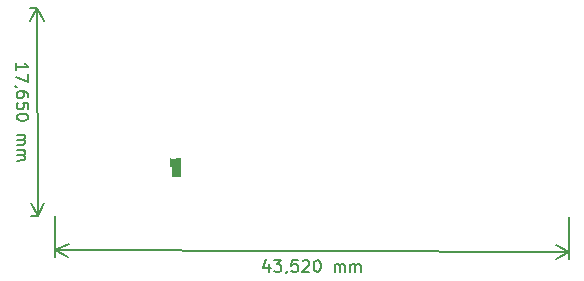
<source format=gbr>
G04 #@! TF.GenerationSoftware,KiCad,Pcbnew,(5.1.6)-1*
G04 #@! TF.CreationDate,2021-12-03T12:33:41+01:00*
G04 #@! TF.ProjectId,USBEMBEDED,55534245-4d42-4454-9445-442e6b696361,rev?*
G04 #@! TF.SameCoordinates,Original*
G04 #@! TF.FileFunction,OtherDrawing,Comment*
%FSLAX46Y46*%
G04 Gerber Fmt 4.6, Leading zero omitted, Abs format (unit mm)*
G04 Created by KiCad (PCBNEW (5.1.6)-1) date 2021-12-03 12:33:41*
%MOMM*%
%LPD*%
G01*
G04 APERTURE LIST*
%ADD10C,0.150000*%
%ADD11C,0.100000*%
G04 APERTURE END LIST*
D10*
X152273142Y-113342233D02*
X152271457Y-114008897D01*
X152036011Y-112960680D02*
X151796111Y-113674361D01*
X152415156Y-113675926D01*
X152702555Y-113009984D02*
X153321600Y-113011548D01*
X152987305Y-113391657D01*
X153130162Y-113392018D01*
X153225279Y-113439878D01*
X153272778Y-113487617D01*
X153320156Y-113582975D01*
X153319554Y-113821070D01*
X153271695Y-113916187D01*
X153223955Y-113963686D01*
X153128597Y-114011064D01*
X152842884Y-114010342D01*
X152747766Y-113962482D01*
X152700268Y-113914743D01*
X153795382Y-113965130D02*
X153795262Y-114012749D01*
X153747402Y-114107866D01*
X153699663Y-114155365D01*
X154702548Y-113015039D02*
X154226359Y-113013835D01*
X154177537Y-113489904D01*
X154225276Y-113442405D01*
X154320634Y-113395027D01*
X154558729Y-113395629D01*
X154653846Y-113443489D01*
X154701345Y-113491228D01*
X154748723Y-113586586D01*
X154748121Y-113824680D01*
X154700262Y-113919798D01*
X154652522Y-113967296D01*
X154557164Y-114014675D01*
X154319070Y-114014073D01*
X154223952Y-113966213D01*
X154176454Y-113918474D01*
X155130878Y-113111360D02*
X155178617Y-113063861D01*
X155273975Y-113016483D01*
X155512070Y-113017085D01*
X155607187Y-113064945D01*
X155654686Y-113112684D01*
X155702064Y-113208042D01*
X155701823Y-113303280D01*
X155653843Y-113446016D01*
X155080972Y-114015999D01*
X155700018Y-114017563D01*
X156321591Y-113019131D02*
X156416829Y-113019372D01*
X156511946Y-113067231D01*
X156559445Y-113114971D01*
X156606823Y-113210329D01*
X156653960Y-113400925D01*
X156653358Y-113639019D01*
X156605258Y-113829374D01*
X156557398Y-113924492D01*
X156509659Y-113971990D01*
X156414301Y-114019369D01*
X156319063Y-114019128D01*
X156223946Y-113971268D01*
X156176447Y-113923529D01*
X156129069Y-113828171D01*
X156081932Y-113637575D01*
X156082533Y-113399480D01*
X156130634Y-113209125D01*
X156178493Y-113114008D01*
X156226233Y-113066509D01*
X156321591Y-113019131D01*
X157842868Y-114022979D02*
X157844553Y-113356315D01*
X157844312Y-113451553D02*
X157892051Y-113404054D01*
X157987410Y-113356676D01*
X158130266Y-113357037D01*
X158225384Y-113404897D01*
X158272762Y-113500255D01*
X158271438Y-114024063D01*
X158272762Y-113500255D02*
X158320622Y-113405137D01*
X158415980Y-113357759D01*
X158558836Y-113358120D01*
X158653954Y-113405980D01*
X158701332Y-113501338D01*
X158700008Y-114025146D01*
X159176197Y-114026350D02*
X159177882Y-113359685D01*
X159177641Y-113454923D02*
X159225381Y-113407424D01*
X159320739Y-113360046D01*
X159463595Y-113360407D01*
X159558713Y-113408267D01*
X159606091Y-113503625D01*
X159604767Y-114027433D01*
X159606091Y-113503625D02*
X159653951Y-113408507D01*
X159749309Y-113361129D01*
X159892165Y-113361490D01*
X159987283Y-113409350D01*
X160034661Y-113504708D01*
X160033337Y-114028516D01*
X177702542Y-112320790D02*
X134182542Y-112210790D01*
X177710000Y-109370000D02*
X177701059Y-112907208D01*
X134190000Y-109260000D02*
X134181059Y-112797208D01*
X134182542Y-112210790D02*
X135310524Y-111627218D01*
X134182542Y-112210790D02*
X135307560Y-112800056D01*
X177702542Y-112320790D02*
X176577524Y-111731524D01*
X177702542Y-112320790D02*
X176574560Y-112904362D01*
D11*
G36*
X144760000Y-105870000D02*
G01*
X144070000Y-105870000D01*
X144100000Y-105070000D01*
X143940000Y-105070000D01*
X143940000Y-104420000D01*
X143955350Y-104429932D01*
X144740000Y-104420000D01*
X144760000Y-105870000D01*
G37*
X144760000Y-105870000D02*
X144070000Y-105870000D01*
X144100000Y-105070000D01*
X143940000Y-105070000D01*
X143940000Y-104420000D01*
X143955350Y-104429932D01*
X144740000Y-104420000D01*
X144760000Y-105870000D01*
D10*
X130902508Y-96928550D02*
X130900889Y-96357124D01*
X130901699Y-96642837D02*
X131901695Y-96640004D01*
X131758568Y-96545171D01*
X131663061Y-96450203D01*
X131615172Y-96355100D01*
X131903448Y-97259049D02*
X131905337Y-97925713D01*
X130904127Y-97499976D01*
X130954174Y-98356981D02*
X130906555Y-98357115D01*
X130811182Y-98309766D01*
X130763429Y-98262282D01*
X131908979Y-99211422D02*
X131908440Y-99020947D01*
X131860551Y-98925844D01*
X131812797Y-98878360D01*
X131669671Y-98783527D01*
X131479060Y-98736448D01*
X131098110Y-98737527D01*
X131003007Y-98785415D01*
X130955523Y-98833169D01*
X130908174Y-98928542D01*
X130908713Y-99119017D01*
X130956602Y-99214120D01*
X131004356Y-99261604D01*
X131099728Y-99308953D01*
X131337823Y-99308279D01*
X131432925Y-99260390D01*
X131480409Y-99212636D01*
X131527758Y-99117264D01*
X131527219Y-98926788D01*
X131479330Y-98831685D01*
X131431576Y-98784201D01*
X131336204Y-98736852D01*
X131911812Y-100211418D02*
X131910463Y-99735229D01*
X131434140Y-99688960D01*
X131481893Y-99736444D01*
X131529782Y-99831546D01*
X131530456Y-100069641D01*
X131483107Y-100165013D01*
X131435623Y-100212767D01*
X131340521Y-100260656D01*
X131102426Y-100261330D01*
X131007054Y-100213981D01*
X130959300Y-100166497D01*
X130911411Y-100071394D01*
X130910737Y-99833300D01*
X130958086Y-99737927D01*
X131005570Y-99690174D01*
X131913701Y-100878082D02*
X131913970Y-100973320D01*
X131866621Y-101068692D01*
X131819137Y-101116446D01*
X131724034Y-101164335D01*
X131533694Y-101212493D01*
X131295600Y-101213168D01*
X131104989Y-101166088D01*
X131009617Y-101118739D01*
X130961863Y-101071255D01*
X130913974Y-100976153D01*
X130913705Y-100880915D01*
X130961054Y-100785542D01*
X131008538Y-100737789D01*
X131103640Y-100689900D01*
X131293981Y-100641741D01*
X131532075Y-100641067D01*
X131722686Y-100688146D01*
X131818058Y-100735495D01*
X131865812Y-100782979D01*
X131913701Y-100878082D01*
X130918021Y-102404718D02*
X131584685Y-102402830D01*
X131489448Y-102403100D02*
X131537201Y-102450583D01*
X131585090Y-102545686D01*
X131585495Y-102688543D01*
X131538146Y-102783915D01*
X131443043Y-102831804D01*
X130919235Y-102833288D01*
X131443043Y-102831804D02*
X131538415Y-102879153D01*
X131586304Y-102974256D01*
X131586709Y-103117113D01*
X131539360Y-103212485D01*
X131444257Y-103260374D01*
X130920449Y-103261858D01*
X130921798Y-103738046D02*
X131588462Y-103736158D01*
X131493225Y-103736428D02*
X131540978Y-103783911D01*
X131588867Y-103879014D01*
X131589272Y-104021871D01*
X131541923Y-104117243D01*
X131446820Y-104165132D01*
X130923012Y-104166616D01*
X131446820Y-104165132D02*
X131542193Y-104212481D01*
X131590081Y-104307584D01*
X131590486Y-104450441D01*
X131543137Y-104545813D01*
X131448034Y-104593702D01*
X130924227Y-104595186D01*
X132640000Y-91670000D02*
X132690000Y-109320000D01*
X132640000Y-91670000D02*
X132053582Y-91671661D01*
X132690000Y-109320000D02*
X132103582Y-109321661D01*
X132690000Y-109320000D02*
X132100390Y-108195162D01*
X132690000Y-109320000D02*
X133273227Y-108191840D01*
X132640000Y-91670000D02*
X132056773Y-92798160D01*
X132640000Y-91670000D02*
X133229610Y-92794838D01*
M02*

</source>
